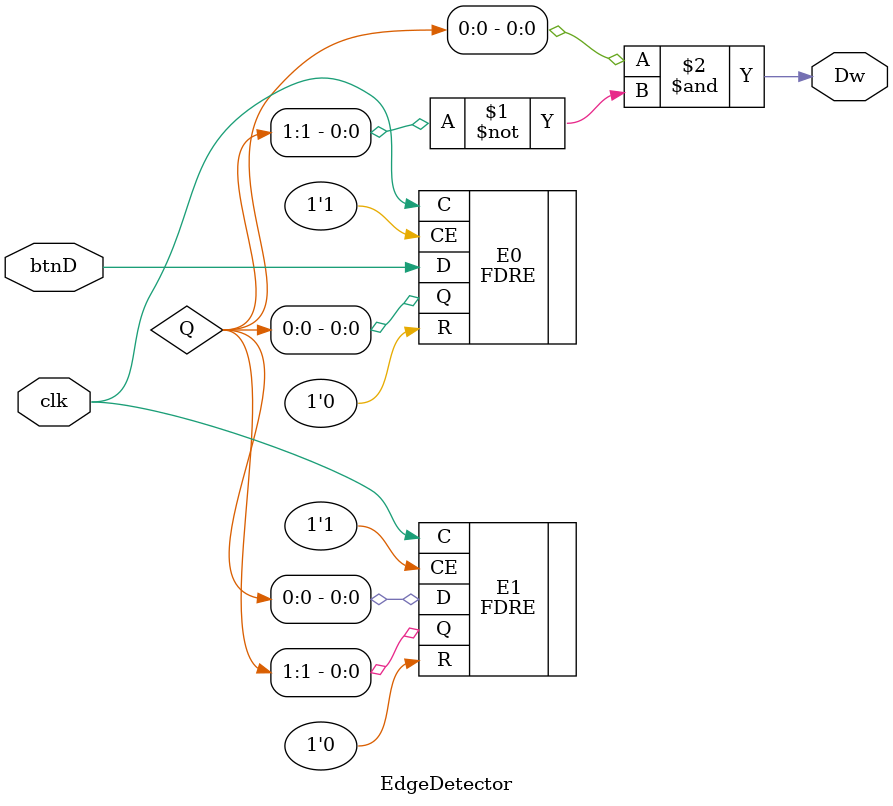
<source format=v>
`timescale 1ns / 1ps

module EdgeDetector (
    input btnD,
    input clk,
    output Dw
    );
    wire [1:0] Q;
    FDRE #(.INIT(1'b0)) E0 (.C(clk), .R(1'b0), .CE(1'b1), .D(btnD), .Q(Q[0]));
    FDRE #(.INIT(1'b0)) E1 (.C(clk), .R(1'b0), .CE(1'b1), .D(Q[0]), .Q(Q[1]));
    assign Dw = Q[0] & ~ Q[1];

endmodule
</source>
